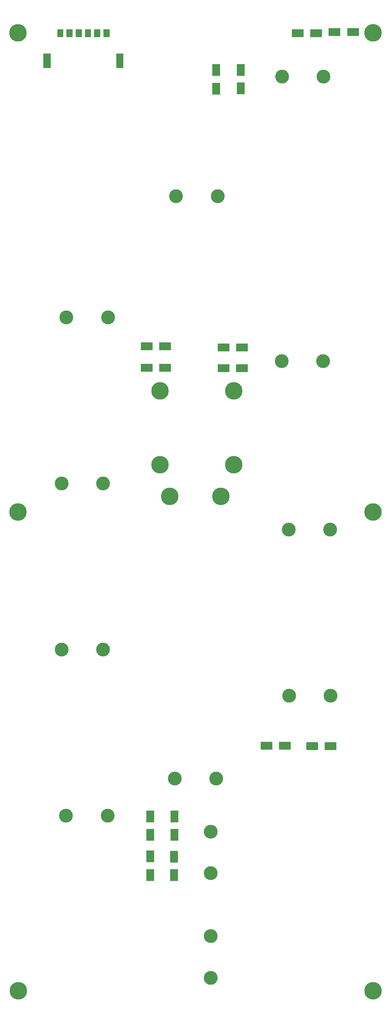
<source format=gts>
%TF.GenerationSoftware,KiCad,Pcbnew,9.0.1*%
%TF.CreationDate,2025-04-22T22:29:05-07:00*%
%TF.ProjectId,Stationary_X_Panel,53746174-696f-46e6-9172-795f585f5061,1.6*%
%TF.SameCoordinates,Original*%
%TF.FileFunction,Soldermask,Top*%
%TF.FilePolarity,Negative*%
%FSLAX46Y46*%
G04 Gerber Fmt 4.6, Leading zero omitted, Abs format (unit mm)*
G04 Created by KiCad (PCBNEW 9.0.1) date 2025-04-22 22:29:05*
%MOMM*%
%LPD*%
G01*
G04 APERTURE LIST*
%ADD10C,0.010000*%
%ADD11C,2.600000*%
%ADD12C,3.800000*%
%ADD13C,3.000000*%
%ADD14R,2.500000X1.700000*%
%ADD15R,1.700000X2.500000*%
G04 APERTURE END LIST*
D10*
%TO.C,J2*%
X39221200Y-31521200D02*
X37718800Y-31521200D01*
X37718800Y-28468800D01*
X39221200Y-28468800D01*
X39221200Y-31521200D01*
G36*
X39221200Y-31521200D02*
G01*
X37718800Y-31521200D01*
X37718800Y-28468800D01*
X39221200Y-28468800D01*
X39221200Y-31521200D01*
G37*
X41991200Y-24821200D02*
X40738800Y-24821200D01*
X40738800Y-23218800D01*
X41991200Y-23218800D01*
X41991200Y-24821200D01*
G36*
X41991200Y-24821200D02*
G01*
X40738800Y-24821200D01*
X40738800Y-23218800D01*
X41991200Y-23218800D01*
X41991200Y-24821200D01*
G37*
X43991200Y-24821200D02*
X42738800Y-24821200D01*
X42738800Y-23218800D01*
X43991200Y-23218800D01*
X43991200Y-24821200D01*
G36*
X43991200Y-24821200D02*
G01*
X42738800Y-24821200D01*
X42738800Y-23218800D01*
X43991200Y-23218800D01*
X43991200Y-24821200D01*
G37*
X45991200Y-24821200D02*
X44738800Y-24821200D01*
X44738800Y-23218800D01*
X45991200Y-23218800D01*
X45991200Y-24821200D01*
G36*
X45991200Y-24821200D02*
G01*
X44738800Y-24821200D01*
X44738800Y-23218800D01*
X45991200Y-23218800D01*
X45991200Y-24821200D01*
G37*
X47991200Y-24821200D02*
X46738800Y-24821200D01*
X46738800Y-23218800D01*
X47991200Y-23218800D01*
X47991200Y-24821200D01*
G36*
X47991200Y-24821200D02*
G01*
X46738800Y-24821200D01*
X46738800Y-23218800D01*
X47991200Y-23218800D01*
X47991200Y-24821200D01*
G37*
X49991200Y-24821200D02*
X48738800Y-24821200D01*
X48738800Y-23218800D01*
X49991200Y-23218800D01*
X49991200Y-24821200D01*
G36*
X49991200Y-24821200D02*
G01*
X48738800Y-24821200D01*
X48738800Y-23218800D01*
X49991200Y-23218800D01*
X49991200Y-24821200D01*
G37*
X51991200Y-24821200D02*
X50738800Y-24821200D01*
X50738800Y-23218800D01*
X51991200Y-23218800D01*
X51991200Y-24821200D01*
G36*
X51991200Y-24821200D02*
G01*
X50738800Y-24821200D01*
X50738800Y-23218800D01*
X51991200Y-23218800D01*
X51991200Y-24821200D01*
G37*
X55011200Y-31521200D02*
X53508800Y-31521200D01*
X53508800Y-28468800D01*
X55011200Y-28468800D01*
X55011200Y-31521200D01*
G36*
X55011200Y-31521200D02*
G01*
X53508800Y-31521200D01*
X53508800Y-28468800D01*
X55011200Y-28468800D01*
X55011200Y-31521200D01*
G37*
%TD*%
D11*
%TO.C,H12*%
X109240000Y-127760000D03*
D12*
X109240000Y-127760000D03*
%TD*%
D13*
%TO.C,SC8*%
X98450000Y-95070000D03*
X89450000Y-95070000D03*
%TD*%
D14*
%TO.C,D14*%
X64150000Y-91920000D03*
X60150000Y-91920000D03*
%TD*%
D15*
%TO.C,D6*%
X66102000Y-202450000D03*
X66102000Y-206450000D03*
%TD*%
D13*
%TO.C,SC2*%
X51750000Y-85595000D03*
X42750000Y-85595000D03*
%TD*%
D15*
%TO.C,D4*%
X60900000Y-193750000D03*
X60900000Y-197750000D03*
%TD*%
%TO.C,D2*%
X75250000Y-32050000D03*
X75250000Y-36050000D03*
%TD*%
D11*
%TO.C,H8*%
X32260000Y-231510000D03*
D12*
X32260000Y-231510000D03*
%TD*%
D13*
%TO.C,SC1*%
X66525000Y-59345000D03*
X75525000Y-59345000D03*
%TD*%
%TO.C,SC12*%
X74080000Y-206030000D03*
X74080000Y-197030000D03*
%TD*%
%TO.C,SC11*%
X75240000Y-185520000D03*
X66240000Y-185520000D03*
%TD*%
D14*
%TO.C,D3*%
X64140000Y-96520000D03*
X60140000Y-96520000D03*
%TD*%
%TO.C,D11*%
X90150000Y-178430000D03*
X86150000Y-178430000D03*
%TD*%
D15*
%TO.C,D5*%
X60900000Y-202400000D03*
X60900000Y-206400000D03*
%TD*%
D13*
%TO.C,SC9*%
X99970000Y-131590000D03*
X90970000Y-131590000D03*
%TD*%
D11*
%TO.C,H9*%
X32240000Y-127750000D03*
D12*
X32240000Y-127750000D03*
%TD*%
D15*
%TO.C,D1*%
X80600000Y-32000000D03*
X80600000Y-36000000D03*
%TD*%
D11*
%TO.C,H3*%
X63000000Y-117500000D03*
D12*
X63000000Y-117500000D03*
%TD*%
D14*
%TO.C,D8*%
X76850000Y-92120000D03*
X80850000Y-92120000D03*
%TD*%
D13*
%TO.C,SC7*%
X89500000Y-33500000D03*
X98500000Y-33500000D03*
%TD*%
D11*
%TO.C,H10*%
X32250000Y-24010000D03*
D12*
X32250000Y-24010000D03*
%TD*%
D11*
%TO.C,H2*%
X76265000Y-124425000D03*
D12*
X76265000Y-124425000D03*
%TD*%
D13*
%TO.C,SC6*%
X74080000Y-228670000D03*
X74080000Y-219670000D03*
%TD*%
D11*
%TO.C,H5*%
X63000000Y-101500000D03*
D12*
X63000000Y-101500000D03*
%TD*%
D13*
%TO.C,SC5*%
X51665000Y-193595000D03*
X42665000Y-193595000D03*
%TD*%
D11*
%TO.C,H7*%
X109240000Y-231500000D03*
D12*
X109240000Y-231500000D03*
%TD*%
D11*
%TO.C,H4*%
X79000000Y-117500000D03*
D12*
X79000000Y-117500000D03*
%TD*%
D14*
%TO.C,D13*%
X92915000Y-24095000D03*
X96915000Y-24095000D03*
%TD*%
%TO.C,D9*%
X76820000Y-96590000D03*
X80820000Y-96590000D03*
%TD*%
D15*
%TO.C,D12*%
X66200000Y-193700000D03*
X66200000Y-197700000D03*
%TD*%
D11*
%TO.C,H11*%
X109260000Y-24000000D03*
D12*
X109260000Y-24000000D03*
%TD*%
D13*
%TO.C,SC4*%
X50665000Y-157595000D03*
X41665000Y-157595000D03*
%TD*%
%TO.C,SC3*%
X50680000Y-121595000D03*
X41680000Y-121595000D03*
%TD*%
D14*
%TO.C,D10*%
X100060000Y-178520000D03*
X96060000Y-178520000D03*
%TD*%
D13*
%TO.C,SC10*%
X100020000Y-167610000D03*
X91020000Y-167610000D03*
%TD*%
D11*
%TO.C,H6*%
X79000000Y-101500000D03*
D12*
X79000000Y-101500000D03*
%TD*%
D11*
%TO.C,H1*%
X65165000Y-124425000D03*
D12*
X65165000Y-124425000D03*
%TD*%
D14*
%TO.C,D7*%
X100915000Y-23845000D03*
X104915000Y-23845000D03*
%TD*%
M02*

</source>
